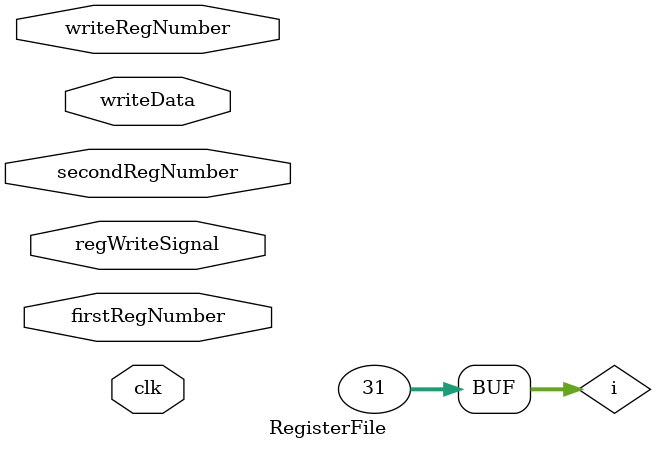
<source format=v>

module RegisterFile (
    clk, firstRegNumber, secondRegNumber, writeRegNumber, writeData, regWriteSignal
);
    // Containing 32 32-bit registers
    
    input clk;
    input [4:0] firstRegNumber, secondRegNumber, writeRegNumber;
    input [31:0] writeData;
    input regWriteSignal;
    reg [31:0] firstVal, secondVal;      // The retrieved register values


    // Declare registers
    reg [31:0] registers [31:0];


    integer i;
    initial begin
        // Initialize all registers to 0
        for (i = 0; i < 31; i = i + 1) begin
            registers[i] = 0;
        end
    end


    always @(posedge clk) begin
        
        // read
        firstVal <= registers[firstRegNumber];
        secondVal <= registers[secondRegNumber];
        //  $display("readRegNumber: %d", secondRegNumber);
        //  $display("readData: %d", registers[secondRegNumber]);
    end

    always @(posedge clk) begin
        //$display("writeData: %d writeRegNum: %d writeSignal: %d", writeData, writeRegNumber, regWriteSignal);
        // write, if necessary
        if (regWriteSignal) begin
            // $display("prepare to write to regfile");
            // $display("writeRegNumber: %d", writeRegNumber);
            // $display("writeData: %d", writeData);
            if (writeRegNumber != 5'b00000)begin
                registers[writeRegNumber] = writeData;  // Register 0 is always kept 0
                //$display(registers[writeRegNumber]);
                //$display("write %d to register number %d", writeData, writeRegNumber);
            end
        end
    end
endmodule
</source>
